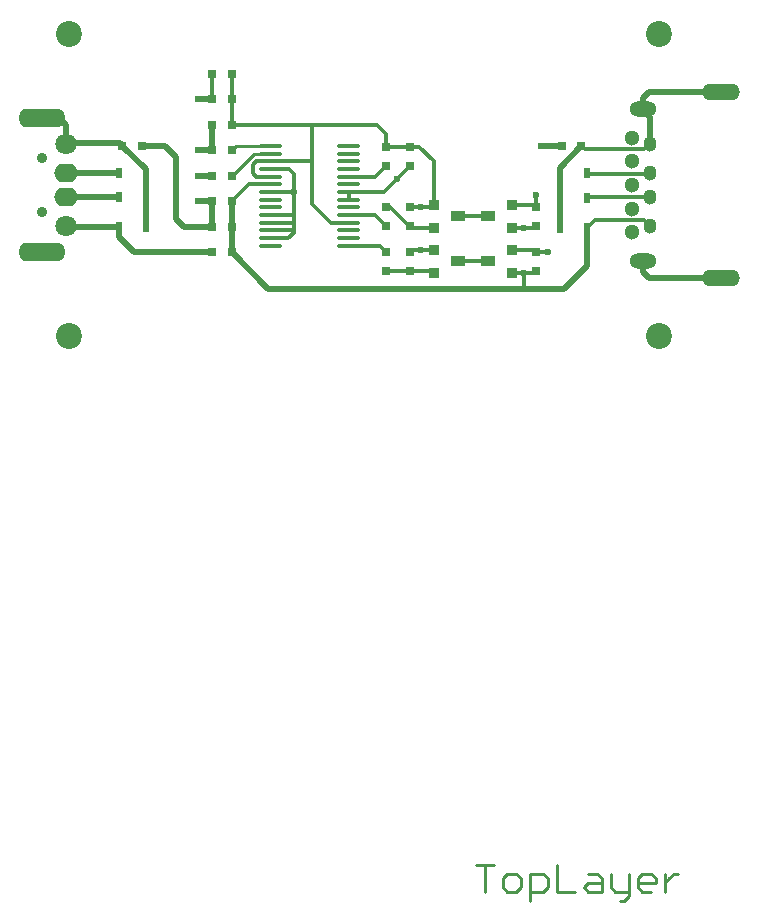
<source format=gtl>
%FSLAX44Y44*%
%MOMM*%
G71*
G01*
G75*
%ADD10O,2.0320X0.3302*%
%ADD11R,0.8000X0.8000*%
%ADD12R,0.9144X0.9144*%
%ADD13R,1.2700X0.9144*%
%ADD14R,0.5600X0.8200*%
%ADD15C,0.2540*%
%ADD16C,0.5000*%
%ADD17C,0.3000*%
%ADD18C,0.2286*%
%ADD19C,2.2000*%
%ADD20O,1.1000X1.3000*%
%ADD21C,1.3000*%
%ADD22O,2.3000X1.3000*%
%ADD23O,3.2000X1.4000*%
%ADD24C,0.9000*%
%ADD25C,1.8000*%
%ADD26O,2.0000X1.6000*%
%ADD27O,4.0000X1.6000*%
%ADD28C,0.6000*%
D10*
X2472876Y2262796D02*
D03*
Y2223796D02*
D03*
Y2243296D02*
D03*
Y2275796D02*
D03*
Y2256296D02*
D03*
Y2269296D02*
D03*
X2406996Y2191296D02*
D03*
Y2230296D02*
D03*
Y2223796D02*
D03*
X2472876Y2197796D02*
D03*
Y2204296D02*
D03*
X2406996Y2256296D02*
D03*
Y2236796D02*
D03*
Y2217296D02*
D03*
Y2210796D02*
D03*
Y2204296D02*
D03*
Y2197796D02*
D03*
X2472876Y2230296D02*
D03*
Y2236796D02*
D03*
Y2249796D02*
D03*
Y2191296D02*
D03*
Y2217296D02*
D03*
X2406996Y2275796D02*
D03*
Y2269296D02*
D03*
Y2243296D02*
D03*
Y2262796D02*
D03*
Y2249796D02*
D03*
X2472876Y2210796D02*
D03*
D11*
X2524471Y2186451D02*
D03*
Y2169951D02*
D03*
X2631151D02*
D03*
Y2186451D02*
D03*
X2357471Y2293771D02*
D03*
Y2272181D02*
D03*
Y2250591D02*
D03*
Y2336951D02*
D03*
Y2229001D02*
D03*
X2524471Y2258851D02*
D03*
X2357471Y2315361D02*
D03*
X2297771Y2275991D02*
D03*
X2653381D02*
D03*
X2357471Y2207411D02*
D03*
X2281271Y2275991D02*
D03*
X2524471Y2208051D02*
D03*
X2504151Y2224551D02*
D03*
X2357471Y2185821D02*
D03*
X2504151Y2258851D02*
D03*
Y2186451D02*
D03*
Y2208051D02*
D03*
X2373972Y2272181D02*
D03*
Y2250591D02*
D03*
X2504151Y2169951D02*
D03*
X2631151Y2224551D02*
D03*
X2669882Y2275991D02*
D03*
X2373972Y2207411D02*
D03*
Y2229001D02*
D03*
X2631151Y2208051D02*
D03*
X2373972Y2185821D02*
D03*
Y2336951D02*
D03*
X2524471Y2275351D02*
D03*
X2373972Y2315361D02*
D03*
X2524471Y2224551D02*
D03*
X2373972Y2293771D02*
D03*
X2504151Y2275351D02*
D03*
D12*
X2544791Y2187726D02*
D03*
Y2168676D02*
D03*
X2610831D02*
D03*
Y2187726D02*
D03*
X2544791Y2206776D02*
D03*
Y2225826D02*
D03*
X2610831Y2206776D02*
D03*
Y2225826D02*
D03*
D13*
X2565111Y2178074D02*
D03*
X2590511Y2178328D02*
D03*
X2565111Y2216174D02*
D03*
X2590511Y2216428D02*
D03*
D14*
X2301021Y2207411D02*
D03*
Y2232811D02*
D03*
Y2253131D02*
D03*
X2278021Y2207411D02*
D03*
Y2232811D02*
D03*
Y2253131D02*
D03*
X2674402Y2231541D02*
D03*
Y2253131D02*
D03*
X2651401D02*
D03*
Y2231541D02*
D03*
Y2206141D02*
D03*
X2674402D02*
D03*
D15*
X2373972Y2272181D02*
X2377587Y2275796D01*
X2406996D01*
X2392677Y2269296D02*
X2406996D01*
X2373972Y2250591D02*
X2392677Y2269296D01*
D16*
X2301021Y2207411D02*
Y2232811D01*
Y2253131D01*
X2278021Y2199011D02*
Y2207411D01*
Y2199011D02*
X2291211Y2185821D01*
X2357471D01*
X2373972D02*
Y2207411D01*
Y2229001D01*
X2651401Y2257511D02*
X2669882Y2275991D01*
X2651401Y2206141D02*
Y2231541D01*
Y2253131D01*
Y2257511D01*
X2373972Y2185821D02*
X2404922Y2154871D01*
X2674402Y2174111D02*
Y2206141D01*
X2655161Y2154871D02*
X2674402Y2174111D01*
X2404922Y2154871D02*
X2655161D01*
X2357471Y2207411D02*
Y2229001D01*
X2341871Y2207411D02*
X2357471D01*
X2635881Y2275991D02*
X2653381D01*
X2344911Y2229001D02*
X2357471D01*
X2344911Y2315361D02*
X2357471D01*
X2344971Y2250591D02*
X2357471D01*
X2344971Y2272181D02*
X2357471D01*
Y2293771D01*
X2301021Y2253131D02*
Y2256241D01*
X2281271Y2275991D02*
X2301021Y2256241D01*
X2317041Y2275991D02*
X2326911Y2266121D01*
Y2213871D02*
X2333371Y2207411D01*
X2357471D01*
X2297771Y2275991D02*
X2317041D01*
X2326911Y2213871D02*
Y2266121D01*
X2233921Y2253131D02*
X2278021D01*
X2234221Y2232811D02*
X2278021D01*
X2234201Y2207411D02*
X2278021D01*
X2279141Y2278121D02*
X2281271Y2275991D01*
X2233911Y2278121D02*
X2279141D01*
X2726710Y2164304D02*
X2787689D01*
X2721649Y2169365D02*
X2726710Y2164304D01*
X2721649Y2169365D02*
Y2178782D01*
X2727057Y2321530D02*
X2787689D01*
X2721649Y2316121D02*
X2727057Y2321530D01*
X2721649Y2306798D02*
Y2316121D01*
X2727695Y2277868D02*
Y2300751D01*
X2721649Y2306798D02*
X2727695Y2300751D01*
X2233911Y2278121D02*
Y2293602D01*
X2227642Y2299871D02*
X2233911Y2293602D01*
X2212911Y2299871D02*
X2227642D01*
D17*
X2388266Y2243296D02*
X2406996D01*
X2373972Y2229001D02*
X2388266Y2243296D01*
X2394586Y2262796D02*
X2406996D01*
X2391661Y2259871D02*
X2394586Y2262796D01*
X2391661Y2252871D02*
Y2259871D01*
Y2252871D02*
X2394736Y2249796D01*
X2406996D01*
Y2256296D02*
X2421986D01*
X2426161Y2252121D01*
X2406996Y2197796D02*
X2421586D01*
X2426161Y2202371D01*
X2406996Y2210796D02*
X2425336D01*
X2406996Y2204296D02*
X2425586D01*
X2406996Y2217296D02*
X2425836D01*
X2426161Y2202371D02*
Y2217621D01*
X2425836Y2217296D02*
X2426161Y2217621D01*
X2457486Y2210796D02*
X2472876D01*
X2452411Y2215871D02*
X2457486Y2210796D01*
X2496761Y2293771D02*
X2504151Y2286381D01*
Y2275351D02*
Y2286381D01*
Y2275351D02*
X2524471D01*
X2373972Y2293771D02*
X2441515D01*
X2496761D01*
X2441515Y2226768D02*
X2457486Y2210796D01*
X2406996Y2262796D02*
X2440940D01*
X2441515Y2226768D02*
Y2293771D01*
X2495096Y2249796D02*
X2504151Y2258851D01*
X2472876Y2249796D02*
X2495096D01*
X2524471Y2275351D02*
X2532181D01*
X2544791Y2262741D01*
Y2225826D02*
Y2262741D01*
X2543517Y2224551D02*
X2544791Y2225826D01*
X2472876Y2217296D02*
X2494906D01*
X2504151Y2208051D01*
Y2224551D02*
X2507971D01*
X2525746Y2206776D01*
X2544791D01*
X2565111Y2216174D02*
X2590257D01*
X2590511Y2216428D01*
X2610831Y2225826D02*
X2629876D01*
X2631151Y2224551D01*
X2629876Y2206776D02*
X2631151Y2208051D01*
X2629876Y2168676D02*
X2631151Y2169951D01*
X2610831Y2187726D02*
X2629876D01*
X2631151Y2186451D01*
X2565111Y2178074D02*
X2590257D01*
X2590511Y2178328D01*
X2524471Y2186451D02*
X2525746Y2187726D01*
X2472876Y2191296D02*
X2499306D01*
X2504151Y2186451D01*
X2543517Y2169951D02*
X2544791Y2168676D01*
X2504151Y2169951D02*
X2524471D01*
X2543517D01*
X2373972Y2293771D02*
Y2315361D01*
Y2336951D01*
X2357471Y2315361D02*
Y2336951D01*
X2620911Y2168676D02*
X2629876D01*
X2610831D02*
X2620911D01*
Y2155121D02*
Y2168676D01*
X2631151Y2224551D02*
Y2234551D01*
X2631231Y2186371D02*
X2641411D01*
X2525746Y2187726D02*
X2534411D01*
X2544791D01*
X2524471Y2224551D02*
X2534471D01*
X2543517D01*
X2610831Y2206776D02*
X2620911D01*
X2629876D01*
X2406996Y2236796D02*
X2426086D01*
X2426161Y2217621D02*
Y2252121D01*
X2472876Y2236796D02*
X2490376D01*
X2472876Y2230296D02*
Y2236796D01*
X2502417D02*
X2524471Y2258851D01*
X2472876Y2236796D02*
X2502417D01*
X2674402Y2231541D02*
X2675481Y2232621D01*
X2675481D02*
X2727661D01*
X2674402Y2253131D02*
X2675161Y2252371D01*
X2727911D01*
X2669882Y2275991D02*
X2672751Y2273121D01*
X2723161D01*
X2727661Y2277621D01*
X2674402Y2206141D02*
X2681382Y2213121D01*
X2722911D01*
X2722911D02*
X2727911Y2208121D01*
D18*
X2580468Y1667386D02*
X2595703D01*
X2588086D01*
Y1644534D01*
X2607130D02*
X2614747D01*
X2618556Y1648342D01*
Y1655960D01*
X2614747Y1659769D01*
X2607130D01*
X2603321Y1655960D01*
Y1648342D01*
X2607130Y1644534D01*
X2626174Y1636916D02*
Y1659769D01*
X2637600D01*
X2641409Y1655960D01*
Y1648342D01*
X2637600Y1644534D01*
X2626174D01*
X2649026Y1667386D02*
Y1644534D01*
X2664261D01*
X2675688Y1659769D02*
X2683305D01*
X2687114Y1655960D01*
Y1644534D01*
X2675688D01*
X2671879Y1648342D01*
X2675688Y1652151D01*
X2687114D01*
X2694731Y1659769D02*
Y1648342D01*
X2698540Y1644534D01*
X2709966D01*
Y1640725D01*
X2706158Y1636916D01*
X2702349D01*
X2709966Y1644534D02*
Y1659769D01*
X2729010Y1644534D02*
X2721393D01*
X2717584Y1648342D01*
Y1655960D01*
X2721393Y1659769D01*
X2729010D01*
X2732819Y1655960D01*
Y1652151D01*
X2717584D01*
X2740437Y1659769D02*
Y1644534D01*
Y1652151D01*
X2744245Y1655960D01*
X2748054Y1659769D01*
X2751863D01*
D19*
X2235896Y2370368D02*
D03*
X2735895D02*
D03*
Y2115368D02*
D03*
X2235896D02*
D03*
D20*
X2727695Y2207868D02*
D03*
X2727694Y2232868D02*
D03*
X2727695Y2252868D02*
D03*
Y2277868D02*
D03*
D21*
X2712695Y2282868D02*
D03*
Y2262868D02*
D03*
Y2242868D02*
D03*
Y2222868D02*
D03*
Y2202868D02*
D03*
D22*
X2721649Y2178782D02*
D03*
Y2306798D02*
D03*
D23*
X2787689Y2164304D02*
D03*
Y2321530D02*
D03*
D24*
X2212895Y2265368D02*
D03*
X2212896Y2220368D02*
D03*
D25*
X2233896Y2277868D02*
D03*
Y2207868D02*
D03*
D26*
Y2252868D02*
D03*
Y2232868D02*
D03*
D27*
X2212911Y2185871D02*
D03*
Y2299871D02*
D03*
D28*
X2534471Y2224551D02*
D03*
X2534411Y2187726D02*
D03*
X2620911Y2206776D02*
D03*
Y2168676D02*
D03*
X2641411Y2186371D02*
D03*
X2631151Y2234551D02*
D03*
X2513420Y2247800D02*
D03*
X2635881Y2275991D02*
D03*
X2344971Y2250591D02*
D03*
Y2272181D02*
D03*
X2426161Y2237121D02*
D03*
X2344911Y2315361D02*
D03*
Y2229001D02*
D03*
M02*

</source>
